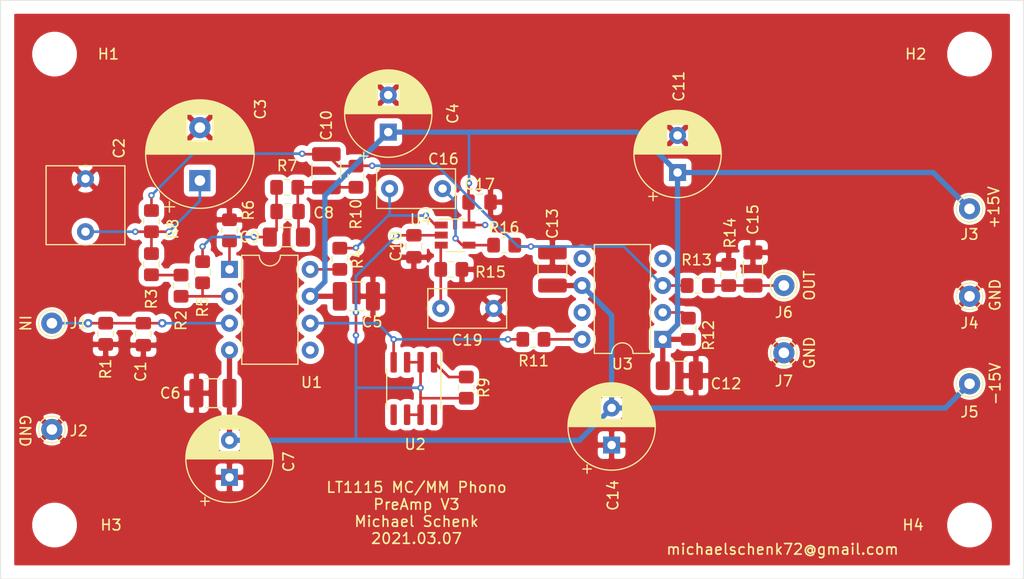
<source format=kicad_pcb>
(kicad_pcb (version 20211014) (generator pcbnew)
  (layers (0 "F.Cu" signal) (31 "B.Cu" signal) (34 "B.Paste" user) (35 "F.Paste" user) (36 "B.SilkS" user "B.Silkscreen") (37 "F.SilkS" user "F.Silkscreen") (38 "B.Mask" user) (39 "F.Mask" user) (44 "Edge.Cuts" user))
  (net 0 "")
  (net 1 "GND")
  (net 2 "Net-(C1-Pad1)")
  (net 3 "Net-(C2-Pad2)")
  (net 4 "+15V")
  (net 5 "-15V")
  (net 6 "Net-(C8-Pad2)")
  (net 7 "Net-(C10-Pad2)")
  (net 8 "SERVO_INR")
  (net 9 "Net-(C15-Pad1)")
  (net 10 "Net-(C16-Pad2)")
  (net 11 "Net-(C19-Pad2)")
  (net 12 "Net-(R2-Pad2)")
  (net 13 "Net-(R2-Pad1)")
  (net 14 "Net-(R6-Pad2)")
  (net 15 "Net-(R9-Pad1)")
  (net 16 "Net-(R11-Pad2)")
  (net 17 "Net-(R11-Pad1)")
  (net 18 "Net-(R12-Pad2)")
  (net 19 "Net-(C16-Pad1)")
  (net 20 "SERVO_OUT")
  (footprint "Capacitor_SMD:C_0805_2012Metric_Pad1.18x1.45mm_HandSolder" (layer "F.Cu") (at 93.472 120.4175 -90)
    (fp_text reference "C1" (at 3.5345 0.254 90) (layer "F.SilkS"))
    (fp_text value "C")
    (pad "1" smd roundrect locked (at -1.0375 0 270) (size 1.175 1.45) (layers "F.Cu" "F.Paste" "F.Mask") (roundrect_rratio 0.2127659574) (net 2 "Net-(C1-Pad1)"))
    (pad "2" smd roundrect locked (at 1.0375 0 270) (size 1.175 1.45) (layers "F.Cu" "F.Paste" "F.Mask") (roundrect_rratio 0.2127659574) (net 1 "GND"))
  )
  (footprint "Capacitor_THT:C_Rect_L7.2mm_W7.2mm_P5.00mm_FKS2_FKP2_MKS2_MKP2" (layer "F.Cu") (at 88.011 105.744 -90)
    (fp_text reference "C2" (at -2.874 -3.175 90) (layer "F.SilkS"))
    (fp_text value "4.7uF")
    (pad "1" thru_hole circle locked (at 0 0 270) (size 1.6 1.6) (drill 0.8) (layers *.Cu *.Mask) (net 1 "GND"))
    (pad "2" thru_hole circle locked (at 5 0 270) (size 1.6 1.6) (drill 0.8) (layers *.Cu *.Mask) (net 3 "Net-(C2-Pad2)"))
  )
  (footprint "Capacitor_THT:CP_Radial_D8.0mm_P3.50mm" (layer "F.Cu") (at 116.586 101.346 90)
    (fp_text reference "C4" (at 1.75 6.096 90) (layer "F.SilkS"))
    (fp_text value "220uF/25V")
    (pad "1" thru_hole rect locked (at 0 0 90) (size 1.6 1.6) (drill 0.8) (layers *.Cu *.Mask) (net 4 "+15V"))
    (pad "2" thru_hole circle locked (at 3.5 0 90) (size 1.6 1.6) (drill 0.8) (layers *.Cu *.Mask) (net 1 "GND"))
  )
  (footprint "Capacitor_SMD:C_1210_3225Metric_Pad1.33x2.70mm_HandSolder" (layer "F.Cu") (at 113.5765 116.84)
    (fp_text reference "C5" (at 1.4855 2.413) (layer "F.SilkS"))
    (fp_text value "1uF")
    (pad "1" smd roundrect locked (at -1.5625 0) (size 1.325 2.7) (layers "F.Cu" "F.Paste" "F.Mask") (roundrect_rratio 0.1886777358) (net 4 "+15V"))
    (pad "2" smd roundrect locked (at 1.5625 0) (size 1.325 2.7) (layers "F.Cu" "F.Paste" "F.Mask") (roundrect_rratio 0.1886777358) (net 1 "GND"))
  )
  (footprint "Capacitor_SMD:C_1210_3225Metric_Pad1.33x2.70mm_HandSolder" (layer "F.Cu") (at 100.0375 125.984)
    (fp_text reference "C6" (at -4.0255 0) (layer "F.SilkS"))
    (fp_text value "1uF")
    (pad "1" smd roundrect locked (at -1.5625 0) (size 1.325 2.7) (layers "F.Cu" "F.Paste" "F.Mask") (roundrect_rratio 0.1886777358) (net 1 "GND"))
    (pad "2" smd roundrect locked (at 1.5625 0) (size 1.325 2.7) (layers "F.Cu" "F.Paste" "F.Mask") (roundrect_rratio 0.1886777358) (net 5 "-15V"))
  )
  (footprint "Capacitor_THT:CP_Radial_D8.0mm_P3.50mm" (layer "F.Cu") (at 101.6 133.929 90)
    (fp_text reference "C7" (at 1.468 5.588 90) (layer "F.SilkS"))
    (fp_text value "220uF/25V")
    (pad "1" thru_hole rect locked (at 0 0 90) (size 1.6 1.6) (drill 0.8) (layers *.Cu *.Mask) (net 1 "GND"))
    (pad "2" thru_hole circle locked (at 3.5 0 90) (size 1.6 1.6) (drill 0.8) (layers *.Cu *.Mask) (net 5 "-15V"))
  )
  (footprint "Capacitor_SMD:C_0805_2012Metric_Pad1.18x1.45mm_HandSolder" (layer "F.Cu") (at 107.0825 108.839 180)
    (fp_text reference "C8" (at -3.4075 -0.127) (layer "F.SilkS"))
    (fp_text value "330pF")
    (pad "1" smd roundrect locked (at -1.0375 0 180) (size 1.175 1.45) (layers "F.Cu" "F.Paste" "F.Mask") (roundrect_rratio 0.2127659574) (net 7 "Net-(C10-Pad2)"))
    (pad "2" smd roundrect locked (at 1.0375 0 180) (size 1.175 1.45) (layers "F.Cu" "F.Paste" "F.Mask") (roundrect_rratio 0.2127659574) (net 6 "Net-(C8-Pad2)"))
  )
  (footprint "Capacitor_SMD:C_1206_3216Metric_Pad1.33x1.80mm_HandSolder" (layer "F.Cu") (at 106.9725 111.252 180)
    (fp_text reference "C9" (at 3.4675 0) (layer "F.SilkS"))
    (fp_text value "3.9nF")
    (pad "1" smd roundrect locked (at -1.5625 0 180) (size 1.325 1.8) (layers "F.Cu" "F.Paste" "F.Mask") (roundrect_rratio 0.1886777358) (net 7 "Net-(C10-Pad2)"))
    (pad "2" smd roundrect locked (at 1.5625 0 180) (size 1.325 1.8) (layers "F.Cu" "F.Paste" "F.Mask") (roundrect_rratio 0.1886777358) (net 6 "Net-(C8-Pad2)"))
  )
  (footprint "Capacitor_SMD:C_1210_3225Metric_Pad1.33x2.70mm_HandSolder" (layer "F.Cu") (at 110.744 104.9905 -90)
    (fp_text reference "C10" (at -4.2795 0 90) (layer "F.SilkS"))
    (fp_text value "15nF")
    (pad "1" smd roundrect locked (at -1.5625 0 270) (size 1.325 2.7) (layers "F.Cu" "F.Paste" "F.Mask") (roundrect_rratio 0.1886777358) (net 8 "SERVO_INR"))
    (pad "2" smd roundrect locked (at 1.5625 0 270) (size 1.325 2.7) (layers "F.Cu" "F.Paste" "F.Mask") (roundrect_rratio 0.1886777358) (net 7 "Net-(C10-Pad2)"))
  )
  (footprint "Capacitor_SMD:C_1210_3225Metric_Pad1.33x2.70mm_HandSolder" (layer "F.Cu") (at 144.0565 124.333)
    (fp_text reference "C12" (at 4.4065 0.762) (layer "F.SilkS"))
    (fp_text value "1uF")
    (pad "1" smd roundrect locked (at -1.5625 0) (size 1.325 2.7) (layers "F.Cu" "F.Paste" "F.Mask") (roundrect_rratio 0.1886777358) (net 4 "+15V"))
    (pad "2" smd roundrect locked (at 1.5625 0) (size 1.325 2.7) (layers "F.Cu" "F.Paste" "F.Mask") (roundrect_rratio 0.1886777358) (net 1 "GND"))
  )
  (footprint "Capacitor_SMD:C_1210_3225Metric_Pad1.33x2.70mm_HandSolder" (layer "F.Cu") (at 132.08 114.2615 -90)
    (fp_text reference "C13" (at -4.2795 0 90) (layer "F.SilkS"))
    (fp_text value "1uF")
    (pad "1" smd roundrect locked (at -1.5625 0 270) (size 1.325 2.7) (layers "F.Cu" "F.Paste" "F.Mask") (roundrect_rratio 0.1886777358) (net 1 "GND"))
    (pad "2" smd roundrect locked (at 1.5625 0 270) (size 1.325 2.7) (layers "F.Cu" "F.Paste" "F.Mask") (roundrect_rratio 0.1886777358) (net 5 "-15V"))
  )
  (footprint "Capacitor_THT:CP_Radial_D8.0mm_P3.50mm" (layer "F.Cu") (at 137.668 130.881 90)
    (fp_text reference "C14" (at -4.755 0.127 90) (layer "F.SilkS"))
    (fp_text value "220uF/25V")
    (pad "1" thru_hole rect locked (at 0 0 90) (size 1.6 1.6) (drill 0.8) (layers *.Cu *.Mask) (net 1 "GND"))
    (pad "2" thru_hole circle locked (at 3.5 0 90) (size 1.6 1.6) (drill 0.8) (layers *.Cu *.Mask) (net 5 "-15V"))
  )
  (footprint "Capacitor_SMD:C_1206_3216Metric_Pad1.33x1.80mm_HandSolder" (layer "F.Cu") (at 151.003 114.2615 90)
    (fp_text reference "C15" (at 4.6605 0 90) (layer "F.SilkS"))
    (fp_text value "3.9nF")
    (pad "1" smd roundrect locked (at -1.5625 0 90) (size 1.325 1.8) (layers "F.Cu" "F.Paste" "F.Mask") (roundrect_rratio 0.1886777358) (net 9 "Net-(C15-Pad1)"))
    (pad "2" smd roundrect locked (at 1.5625 0 90) (size 1.325 1.8) (layers "F.Cu" "F.Paste" "F.Mask") (roundrect_rratio 0.1886777358) (net 1 "GND"))
  )
  (footprint "Capacitor_SMD:C_0805_2012Metric_Pad1.18x1.45mm_HandSolder" (layer "F.Cu") (at 125.2005 107.95)
    (fp_text reference "C17" (at 0 -1.68) (layer "F.SilkS"))
    (fp_text value "100nF")
    (pad "1" smd roundrect locked (at -1.0375 0) (size 1.175 1.45) (layers "F.Cu" "F.Paste" "F.Mask") (roundrect_rratio 0.2127659574) (net 4 "+15V"))
    (pad "2" smd roundrect locked (at 1.0375 0) (size 1.175 1.45) (layers "F.Cu" "F.Paste" "F.Mask") (roundrect_rratio 0.2127659574) (net 1 "GND"))
  )
  (footprint "Capacitor_SMD:C_0805_2012Metric_Pad1.18x1.45mm_HandSolder" (layer "F.Cu") (at 118.999 112.1195 90)
    (fp_text reference "C18" (at 0 -1.68 90) (layer "F.SilkS"))
    (fp_text value "100nF")
    (pad "1" smd roundrect locked (at -1.0375 0 90) (size 1.175 1.45) (layers "F.Cu" "F.Paste" "F.Mask") (roundrect_rratio 0.2127659574) (net 1 "GND"))
    (pad "2" smd roundrect locked (at 1.0375 0 90) (size 1.175 1.45) (layers "F.Cu" "F.Paste" "F.Mask") (roundrect_rratio 0.2127659574) (net 5 "-15V"))
  )
  (footprint "Capacitor_THT:C_Rect_L7.2mm_W3.5mm_P5.00mm_FKS2_FKP2_MKS2_MKP2" (layer "F.Cu") (at 126.539 117.983 180)
    (fp_text reference "C19" (at 2.5 -3) (layer "F.SilkS"))
    (fp_text value "1uF")
    (pad "1" thru_hole circle locked (at 0 0 180) (size 1.6 1.6) (drill 0.8) (layers *.Cu *.Mask) (net 1 "GND"))
    (pad "2" thru_hole circle locked (at 5 0 180) (size 1.6 1.6) (drill 0.8) (layers *.Cu *.Mask) (net 11 "Net-(C19-Pad2)"))
  )
  (footprint "Connector_Pin:Pin_D1.0mm_L10.0mm" (layer "F.Cu") (at 84.836 119.38)
    (fp_text reference "J1" (at 2.54 0) (layer "F.SilkS"))
    (fp_text value "IN")
    (pad "1" thru_hole circle locked (at 0 0) (size 2 2) (drill 1) (layers *.Cu *.Mask) (net 2 "Net-(C1-Pad1)"))
  )
  (footprint "Connector_Pin:Pin_D1.0mm_L10.0mm" (layer "F.Cu") (at 84.836 129.413)
    (fp_text reference "J2" (at 2.54 0.127) (layer "F.SilkS"))
    (fp_text value "IN_GND")
    (pad "1" thru_hole circle locked (at 0 0) (size 2 2) (drill 1) (layers *.Cu *.Mask) (net 1 "GND"))
  )
  (footprint "Connector_Pin:Pin_D1.0mm_L10.0mm" (layer "F.Cu") (at 171.45 108.585)
    (fp_text reference "J3" (at 0 2.413) (layer "F.SilkS"))
    (fp_text value "+15V")
    (pad "1" thru_hole circle locked (at 0 0) (size 2 2) (drill 1) (layers *.Cu *.Mask) (net 4 "+15V"))
  )
  (footprint "Connector_Pin:Pin_D1.0mm_L10.0mm" (layer "F.Cu") (at 171.45 116.84)
    (fp_text reference "J4" (at 0 2.54) (layer "F.SilkS"))
    (fp_text value "GND")
    (pad "1" thru_hole circle locked (at 0 0) (size 2 2) (drill 1) (layers *.Cu *.Mask) (net 1 "GND"))
  )
  (footprint "Connector_Pin:Pin_D1.0mm_L10.0mm" (layer "F.Cu") (at 171.45 125.095)
    (fp_text reference "J5" (at 0 2.667) (layer "F.SilkS"))
    (fp_text value "-15V")
    (pad "1" thru_hole circle locked (at 0 0) (size 2 2) (drill 1) (layers *.Cu *.Mask) (net 5 "-15V"))
  )
  (footprint "Connector_Pin:Pin_D1.0mm_L10.0mm" (layer "F.Cu") (at 153.924 115.824)
    (fp_text reference "J6" (at 0 2.54) (layer "F.SilkS"))
    (fp_text value "OUT")
    (pad "1" thru_hole circle locked (at 0 0) (size 2 2) (drill 1) (layers *.Cu *.Mask) (net 9 "Net-(C15-Pad1)"))
  )
  (footprint "Connector_Pin:Pin_D1.0mm_L10.0mm" (layer "F.Cu") (at 153.924 122.174)
    (fp_text reference "J7" (at 0 2.667) (layer "F.SilkS"))
    (fp_text value "OUT_GND")
    (pad "1" thru_hole circle locked (at 0 0) (size 2 2) (drill 1) (layers *.Cu *.Mask) (net 1 "GND"))
  )
  (footprint "Resistor_SMD:R_0805_2012Metric_Pad1.20x1.40mm_HandSolder" (layer "F.Cu") (at 89.916 120.38 -90)
    (fp_text reference "R1" (at 3.318 0 90) (layer "F.SilkS"))
    (fp_text value "100R")
    (pad "1" smd roundrect locked (at -1 0 270) (size 1.2 1.4) (layers "F.Cu" "F.Paste" "F.Mask") (roundrect_rratio 0.2083325) (net 2 "Net-(C1-Pad1)"))
    (pad "2" smd roundrect locked (at 1 0 270) (size 1.2 1.4) (layers "F.Cu" "F.Paste" "F.Mask") (roundrect_rratio 0.2083325) (net 1 "GND"))
  )
  (footprint "Resistor_SMD:R_0805_2012Metric_Pad1.20x1.40mm_HandSolder" (layer "F.Cu") (at 97.028 115.84 90)
    (fp_text reference "R2" (at -3.286 0 90) (layer "F.SilkS"))
    (fp_text value "22.6R")
    (pad "1" smd roundrect locked (at -1 0 90) (size 1.2 1.4) (layers "F.Cu" "F.Paste" "F.Mask") (roundrect_rratio 0.2083325) (net 13 "Net-(R2-Pad1)"))
    (pad "2" smd roundrect locked (at 1 0 90) (size 1.2 1.4) (layers "F.Cu" "F.Paste" "F.Mask") (roundrect_rratio 0.2083325) (net 12 "Net-(R2-Pad2)"))
  )
  (footprint "Resistor_SMD:R_0805_2012Metric_Pad1.20x1.40mm_HandSolder" (layer "F.Cu") (at 94.234 113.808 90)
    (fp_text reference "R3" (at -3.286 0 90) (layer "F.SilkS"))
    (fp_text value "210R/0R")
    (pad "1" smd roundrect locked (at -1 0 90) (size 1.2 1.4) (layers "F.Cu" "F.Paste" "F.Mask") (roundrect_rratio 0.2083325) (net 12 "Net-(R2-Pad2)"))
    (pad "2" smd roundrect locked (at 1 0 90) (size 1.2 1.4) (layers "F.Cu" "F.Paste" "F.Mask") (roundrect_rratio 0.2083325) (net 3 "Net-(C2-Pad2)"))
  )
  (footprint "Resistor_SMD:R_0805_2012Metric_Pad1.20x1.40mm_HandSolder" (layer "F.Cu") (at 99.06 114.57 -90)
    (fp_text reference "R5" (at 3.286 0 90) (layer "F.SilkS"))
    (fp_text value "499R")
    (pad "1" smd roundrect locked (at -1 0 270) (size 1.2 1.4) (layers "F.Cu" "F.Paste" "F.Mask") (roundrect_rratio 0.2083325) (net 6 "Net-(C8-Pad2)"))
    (pad "2" smd roundrect locked (at 1 0 270) (size 1.2 1.4) (layers "F.Cu" "F.Paste" "F.Mask") (roundrect_rratio 0.2083325) (net 13 "Net-(R2-Pad1)"))
  )
  (footprint "Resistor_SMD:R_0805_2012Metric_Pad1.20x1.40mm_HandSolder" (layer "F.Cu") (at 107.045 106.553 180)
    (fp_text reference "R7" (at 0 2.032) (layer "F.SilkS"))
    (fp_text value "17.8k")
    (pad "1" smd roundrect locked (at -1 0 180) (size 1.2 1.4) (layers "F.Cu" "F.Paste" "F.Mask") (roundrect_rratio 0.2083325) (net 7 "Net-(C10-Pad2)"))
    (pad "2" smd roundrect locked (at 1 0 180) (size 1.2 1.4) (layers "F.Cu" "F.Paste" "F.Mask") (roundrect_rratio 0.2083325) (net 6 "Net-(C8-Pad2)"))
  )
  (footprint "Resistor_SMD:R_0805_2012Metric_Pad1.20x1.40mm_HandSolder" (layer "F.Cu") (at 94.234 109.744 -90)
    (fp_text reference "R8" (at 0.746 -2.032 90) (layer "F.SilkS"))
    (fp_text value "82.5k")
    (pad "1" smd roundrect locked (at -1 0 270) (size 1.2 1.4) (layers "F.Cu" "F.Paste" "F.Mask") (roundrect_rratio 0.2083325) (net 8 "SERVO_INR"))
    (pad "2" smd roundrect locked (at 1 0 270) (size 1.2 1.4) (layers "F.Cu" "F.Paste" "F.Mask") (roundrect_rratio 0.2083325) (net 3 "Net-(C2-Pad2)"))
  )
  (footprint "Resistor_SMD:R_0805_2012Metric_Pad1.20x1.40mm_HandSolder" (layer "F.Cu") (at 123.952 125.46 -90)
    (fp_text reference "R9" (at 0 -1.65 90) (layer "F.SilkS"))
    (fp_text value "33.2R")
    (pad "1" smd roundrect locked (at -1 0 270) (size 1.2 1.4) (layers "F.Cu" "F.Paste" "F.Mask") (roundrect_rratio 0.2083325) (net 15 "Net-(R9-Pad1)"))
    (pad "2" smd roundrect locked (at 1 0 270) (size 1.2 1.4) (layers "F.Cu" "F.Paste" "F.Mask") (roundrect_rratio 0.2083325) (net 5 "-15V"))
  )
  (footprint "Resistor_SMD:R_0805_2012Metric_Pad1.20x1.40mm_HandSolder" (layer "F.Cu") (at 113.538 105.553 -90)
    (fp_text reference "R10" (at 3.54 0 90) (layer "F.SilkS"))
    (fp_text value "210k")
    (pad "1" smd roundrect locked (at -1 0 270) (size 1.2 1.4) (layers "F.Cu" "F.Paste" "F.Mask") (roundrect_rratio 0.2083325) (net 8 "SERVO_INR"))
    (pad "2" smd roundrect locked (at 1 0 270) (size 1.2 1.4) (layers "F.Cu" "F.Paste" "F.Mask") (roundrect_rratio 0.2083325) (net 7 "Net-(C10-Pad2)"))
  )
  (footprint "Resistor_SMD:R_0805_2012Metric_Pad1.20x1.40mm_HandSolder" (layer "F.Cu") (at 130.286 120.904 180)
    (fp_text reference "R11" (at -0.016 -2.032) (layer "F.SilkS"))
    (fp_text value "100R")
    (pad "1" smd roundrect locked (at -1 0 180) (size 1.2 1.4) (layers "F.Cu" "F.Paste" "F.Mask") (roundrect_rratio 0.2083325) (net 17 "Net-(R11-Pad1)"))
    (pad "2" smd roundrect locked (at 1 0 180) (size 1.2 1.4) (layers "F.Cu" "F.Paste" "F.Mask") (roundrect_rratio 0.2083325) (net 16 "Net-(R11-Pad2)"))
  )
  (footprint "Resistor_SMD:R_0805_2012Metric_Pad1.20x1.40mm_HandSolder" (layer "F.Cu") (at 144.907 119.904 90)
    (fp_text reference "R12" (at -0.619 1.905 90) (layer "F.SilkS"))
    (fp_text value "49.9R")
    (pad "1" smd roundrect locked (at -1 0 90) (size 1.2 1.4) (layers "F.Cu" "F.Paste" "F.Mask") (roundrect_rratio 0.2083325) (net 4 "+15V"))
    (pad "2" smd roundrect locked (at 1 0 90) (size 1.2 1.4) (layers "F.Cu" "F.Paste" "F.Mask") (roundrect_rratio 0.2083325) (net 18 "Net-(R12-Pad2)"))
  )
  (footprint "Resistor_SMD:R_0805_2012Metric_Pad1.20x1.40mm_HandSolder" (layer "F.Cu") (at 145.796 115.824 180)
    (fp_text reference "R13" (at 0.111 2.413) (layer "F.SilkS"))
    (fp_text value "562R")
    (pad "1" smd roundrect locked (at -1 0 180) (size 1.2 1.4) (layers "F.Cu" "F.Paste" "F.Mask") (roundrect_rratio 0.2083325) (net 9 "Net-(C15-Pad1)"))
    (pad "2" smd roundrect locked (at 1 0 180) (size 1.2 1.4) (layers "F.Cu" "F.Paste" "F.Mask") (roundrect_rratio 0.2083325) (net 8 "SERVO_INR"))
  )
  (footprint "Resistor_SMD:R_0805_2012Metric_Pad1.20x1.40mm_HandSolder" (layer "F.Cu") (at 148.717 114.824 90)
    (fp_text reference "R14" (at 3.953 0.127 90) (layer "F.SilkS"))
    (fp_text value "25k")
    (pad "1" smd roundrect locked (at -1 0 90) (size 1.2 1.4) (layers "F.Cu" "F.Paste" "F.Mask") (roundrect_rratio 0.2083325) (net 9 "Net-(C15-Pad1)"))
    (pad "2" smd roundrect locked (at 1 0 90) (size 1.2 1.4) (layers "F.Cu" "F.Paste" "F.Mask") (roundrect_rratio 0.2083325) (net 1 "GND"))
  )
  (footprint "Resistor_SMD:R_0805_2012Metric_Pad1.20x1.40mm_HandSolder" (layer "F.Cu") (at 122.539 114.3)
    (fp_text reference "R15" (at 3.699 0.254) (layer "F.SilkS"))
    (fp_text value "100k")
    (pad "1" smd roundrect locked (at -1 0) (size 1.2 1.4) (layers "F.Cu" "F.Paste" "F.Mask") (roundrect_rratio 0.2083325) (net 11 "Net-(C19-Pad2)"))
    (pad "2" smd roundrect locked (at 1 0) (size 1.2 1.4) (layers "F.Cu" "F.Paste" "F.Mask") (roundrect_rratio 0.2083325) (net 1 "GND"))
  )
  (footprint "Resistor_SMD:R_0805_2012Metric_Pad1.20x1.40mm_HandSolder" (layer "F.Cu") (at 127.524 112.014)
    (fp_text reference "R16" (at 0 -1.65) (layer "F.SilkS"))
    (fp_text value "100k")
    (pad "1" smd roundrect locked (at -1 0) (size 1.2 1.4) (layers "F.Cu" "F.Paste" "F.Mask") (roundrect_rratio 0.2083325) (net 10 "Net-(C16-Pad2)"))
    (pad "2" smd roundrect locked (at 1 0) (size 1.2 1.4) (layers "F.Cu" "F.Paste" "F.Mask") (roundrect_rratio 0.2083325) (net 8 "SERVO_INR"))
  )
  (footprint "Package_DIP:DIP-8_W7.62mm" (layer "F.Cu") (at 101.6 114.3)
    (fp_text reference "U1" (at 7.747 10.668) (layer "F.SilkS"))
    (fp_text value "LT1115")
    (pad "1" thru_hole rect locked (at 0 0) (size 1.6 1.6) (drill 0.8) (layers *.Cu *.Mask) (net 14 "Net-(R6-Pad2)"))
    (pad "2" thru_hole oval locked (at 0 2.54) (size 1.6 1.6) (drill 0.8) (layers *.Cu *.Mask) (net 13 "Net-(R2-Pad1)"))
    (pad "3" thru_hole oval locked (at 0 5.08) (size 1.6 1.6) (drill 0.8) (layers *.Cu *.Mask) (net 2 "Net-(C1-Pad1)"))
    (pad "4" thru_hole oval locked (at 0 7.62) (size 1.6 1.6) (drill 0.8) (layers *.Cu *.Mask) (net 5 "-15V"))
    (pad "5" thru_hole oval locked (at 7.62 7.62) (size 1.6 1.6) (drill 0.8) (layers *.Cu *.Mask))
    (pad "6" thru_hole oval locked (at 7.62 5.08) (size 1.6 1.6) (drill 0.8) (layers *.Cu *.Mask) (net 16 "Net-(R11-Pad2)"))
    (pad "7" thru_hole oval locked (at 7.62 2.54) (size 1.6 1.6) (drill 0.8) (layers *.Cu *.Mask) (net 4 "+15V"))
    (pad "8" thru_hole oval locked (at 7.62 0) (size 1.6 1.6) (drill 0.8) (layers *.Cu *.Mask) (net 20 "SERVO_OUT"))
  )
  (footprint "Package_SO:SOIC-8_3.9x4.9mm_P1.27mm" (layer "F.Cu") (at 118.999 125.541 -90)
    (fp_text reference "U2" (at 5.269 -0.127 180) (layer "F.SilkS"))
    (fp_text value "LM334M")
    (pad "1" smd roundrect locked (at -2.475 -1.905 270) (size 1.95 0.6) (layers "F.Cu" "F.Paste" "F.Mask") (net 15 "Net-(R9-Pad1)"))
    (pad "2" smd roundrect locked (at -2.475 -0.635 270) (size 1.95 0.6) (layers "F.Cu" "F.Paste" "F.Mask") (net 5 "-15V"))
    (pad "3" smd roundrect locked (at -2.475 0.635 270) (size 1.95 0.6) (layers "F.Cu" "F.Paste" "F.Mask") (net 5 "-15V"))
    (pad "4" smd roundrect locked (at -2.475 1.905 270) (size 1.95 0.6) (layers "F.Cu" "F.Paste" "F.Mask") (net 16 "Net-(R11-Pad2)"))
    (pad "5" smd roundrect locked (at 2.475 1.905 270) (size 1.95 0.6) (layers "F.Cu" "F.Paste" "F.Mask"))
    (pad "6" smd roundrect locked (at 2.475 0.635 270) (size 1.95 0.6) (layers "F.Cu" "F.Paste" "F.Mask") (net 5 "-15V"))
    (pad "7" smd roundrect locked (at 2.475 -0.635 270) (size 1.95 0.6) (layers "F.Cu" "F.Paste" "F.Mask") (net 5 "-15V"))
    (pad "8" smd roundrect locked (at 2.475 -1.905 270) (size 1.95 0.6) (layers "F.Cu" "F.Paste" "F.Mask"))
  )
  (footprint "Package_TO_SOT_SMD:TSOT-23-5" (layer "F.Cu") (at 122.896 111.064)
    (fp_text reference "U4" (at -3.262 -1.463) (layer "F.SilkS"))
    (fp_text value "OPA188xxDBV")
    (pad "1" smd rect locked (at -1.31 -0.95) (size 1.22 0.65) (layers "F.Cu" "F.Paste" "F.Mask") (net 19 "Net-(C16-Pad1)"))
    (pad "2" smd rect locked (at -1.31 0) (size 1.22 0.65) (layers "F.Cu" "F.Paste" "F.Mask") (net 5 "-15V"))
    (pad "3" smd rect locked (at -1.31 0.95) (size 1.22 0.65) (layers "F.Cu" "F.Paste" "F.Mask") (net 11 "Net-(C19-Pad2)"))
    (pad "4" smd rect locked (at 1.31 0.95) (size 1.22 0.65) (layers "F.Cu" "F.Paste" "F.Mask") (net 10 "Net-(C16-Pad2)"))
    (pad "5" smd rect locked (at 1.31 -0.95) (size 1.22 0.65) (layers "F.Cu" "F.Paste" "F.Mask") (net 4 "+15V"))
  )
  (footprint "Capacitor_THT:C_Rect_L7.2mm_W3.5mm_P5.00mm_FKS2_FKP2_MKS2_MKP2" (layer "F.Cu") (at 116.713 106.68)
    (fp_text reference "C16" (at 5.08 -2.794) (layer "F.SilkS"))
    (fp_text value "1uF")
    (pad "1" thru_hole circle locked (at 0 0) (size 1.6 1.6) (drill 0.8) (layers *.Cu *.Mask) (net 19 "Net-(C16-Pad1)"))
    (pad "2" thru_hole circle locked (at 5 0) (size 1.6 1.6) (drill 0.8) (layers *.Cu *.Mask) (net 10 "Net-(C16-Pad2)"))
  )
  (footprint "MountingHole:MountingHole_3.2mm_M3" (layer "F.Cu") (at 85.09 93.98)
    (fp_text reference "H1" (at 5.08 0) (layer "F.SilkS"))
    (fp_text value "MountingHole")
    (pad "" np_thru_hole circle locked (at 0 0) (size 3.2 3.2) (drill 3.2) (layers *.Cu *.Mask))
  )
  (footprint "MountingHole:MountingHole_3.2mm_M3" (layer "F.Cu") (at 171.45 93.98)
    (fp_text reference "H2" (at -5.08 0) (layer "F.SilkS"))
    (fp_text value "MountingHole")
    (pad "" np_thru_hole circle locked (at 0 0) (size 3.2 3.2) (drill 3.2) (layers *.Cu *.Mask))
  )
  (footprint "MountingHole:MountingHole_3.2mm_M3" (layer "F.Cu") (at 85.09 138.43)
    (fp_text reference "H3" (at 5.334 0) (layer "F.SilkS"))
    (fp_text value "MountingHole")
    (pad "" np_thru_hole circle locked (at 0 0) (size 3.2 3.2) (drill 3.2) (layers *.Cu *.Mask))
  )
  (footprint "MountingHole:MountingHole_3.2mm_M3" (layer "F.Cu") (at 171.45 138.43)
    (fp_text reference "H4" (at -5.334 0) (layer "F.SilkS"))
    (fp_text value "MountingHole")
    (pad "" np_thru_hole circle locked (at 0 0) (size 3.2 3.2) (drill 3.2) (layers *.Cu *.Mask))
  )
  (footprint "Package_DIP:DIP-8_W7.62mm" (layer "F.Cu") (at 142.494 120.904 180)
    (fp_text reference "U3" (at 3.81 -2.33) (layer "F.SilkS"))
    (fp_text value "LT1010")
    (pad "1" thru_hole rect locked (at 0 0 180) (size 1.6 1.6) (drill 0.8) (layers *.Cu *.Mask) (net 4 "+15V"))
    (pad "2" thru_hole oval locked (at 0 2.54 180) (size 1.6 1.6) (drill 0.8) (layers *.Cu *.Mask) (net 18 "Net-(R12-Pad2)"))
    (pad "3" thru_hole oval locked (at 0 5.08 180) (size 1.6 1.6) (drill 0.8) (layers *.Cu *.Mask) (net 8 "SERVO_INR"))
    (pad "4" thru_hole oval locked (at 0 7.62 180) (size 1.6 1.6) (drill 0.8) (layers *.Cu *.Mask))
    (pad "5" thru_hole oval locked (at 7.62 7.62 180) (size 1.6 1.6) (drill 0.8) (layers *.Cu *.Mask))
    (pad "6" thru_hole oval locked (at 7.62 5.08 180) (size 1.6 1.6) (drill 0.8) (layers *.Cu *.Mask) (net 5 "-15V"))
    (pad "7" thru_hole oval locked (at 7.62 2.54 180) (size 1.6 1.6) (drill 0.8) (layers *.Cu *.Mask))
    (pad "8" thru_hole oval locked (at 7.62 0 180) (size 1.6 1.6) (drill 0.8) (layers *.Cu *.Mask) (net 17 "Net-(R11-Pad1)"))
  )
  (footprint "Resistor_SMD:R_0805_2012Metric_Pad1.20x1.40mm_HandSolder" (layer "F.Cu") (at 101.6 110.617 -90)
    (fp_text reference "R6" (at -1.905 -1.778 90) (layer "F.SilkS"))
    (fp_text value "33.2k")
    (pad "1" smd roundrect locked (at -1 0 270) (size 1.2 1.4) (layers "F.Cu" "F.Paste" "F.Mask") (roundrect_rratio 0.2083325) (net 1 "GND"))
    (pad "2" smd roundrect locked (at 1 0 270) (size 1.2 1.4) (layers "F.Cu" "F.Paste" "F.Mask") (roundrect_rratio 0.2083325) (net 14 "Net-(R6-Pad2)"))
  )
  (footprint "Resistor_SMD:R_0805_2012Metric_Pad1.20x1.40mm_HandSolder" (layer "F.Cu") (at 112.014 113.3 -90)
    (fp_text reference "R4" (at 0 -1.65 90) (layer "F.SilkS"))
    (fp_text value "33.2k")
    (pad "1" smd roundrect locked (at -1 0 270) (size 1.2 1.4) (layers "F.Cu" "F.Paste" "F.Mask") (roundrect_rratio 0.208333) (net 19 "Net-(C16-Pad1)"))
    (pad "2" smd roundrect locked (at 1 0 270) (size 1.2 1.4) (layers "F.Cu" "F.Paste" "F.Mask") (roundrect_rratio 0.208333) (net 20 "SERVO_OUT"))
  )
  (footprint "Capacitor_THT:CP_Radial_D10.0mm_P5.00mm" (layer "F.Cu") (at 98.806 105.918 90)
    (fp_text reference "C3" (at 6.731 5.715 90) (layer "F.SilkS"))
    (fp_text value "2200uF/16V")
    (pad "1" thru_hole rect locked (at 0 0 90) (size 2 2) (drill 1) (layers *.Cu *.Mask) (net 3 "Net-(C2-Pad2)"))
    (pad "2" thru_hole circle locked (at 5 0 90) (size 2 2) (drill 1) (layers *.Cu *.Mask) (net 1 "GND"))
  )
  (footprint "Capacitor_THT:CP_Radial_D8.0mm_P3.50mm" (layer "F.Cu") (at 143.891 105.156 90)
    (fp_text reference "C11" (at 8.128 0.127 90) (layer "F.SilkS"))
    (fp_text value "220uF/25V")
    (pad "1" thru_hole rect locked (at 0 0 90) (size 1.6 1.6) (drill 0.8) (layers *.Cu *.Mask) (net 4 "+15V"))
    (pad "2" thru_hole circle locked (at 3.5 0 90) (size 1.6 1.6) (drill 0.8) (layers *.Cu *.Mask) (net 1 "GND"))
  )
  (gr_line (start 80.01 143.51) (end 80.01 88.9) (layer "Edge.Cuts") (width 0.05))
  (gr_line (start 80.01 88.9) (end 176.53 88.9) (layer "Edge.Cuts") (width 0.05))
  (gr_line (start 176.53 143.51) (end 80.01 143.51) (layer "Edge.Cuts") (width 0.05))
  (gr_line (start 176.53 88.9) (end 176.53 143.51) (layer "Edge.Cuts") (width 0.05))
  (gr_text "GND" (at 156.337 122.174 90) (layer "F.SilkS") (effects (font (size 1 1))))
  (gr_text "GND" (at 173.863 116.713 90) (layer "F.SilkS") (effects (font (size 1 1))))
  (gr_text "+15V" (at 173.736 108.458 90) (layer "F.SilkS") (effects (font (size 1 1))))
  (gr_text "OUT" (at 156.337 115.824 90) (layer "F.SilkS") (effects (font (size 1 1))))
  (gr_text "LT1115 MC/MM Phono\nPreAmp V3\nMichael Schenk\n2021.03.07" (at 119.253 137.287) (layer "F.SilkS") (effects (font (size 1 1))))
  (gr_text "michaelschenk72@gmail.com" (at 153.797 140.716) (layer "F.SilkS") (effects (font (size 1 1))))
  (gr_text "-15V" (at 173.863 125.095 90) (layer "F.SilkS") (effects (font (size 1 1))))
  (gr_text "IN" (at 82.296 119.38 270) (layer "F.SilkS") (effects (font (size 1 1))))
  (gr_text "GND" (at 82.296 129.54 270) (layer "F.SilkS") (effects (font (size 1 1))))
  (segment (start 93.472 119.38) (end 95.25 119.38) (width 0.25) (layer "F.Cu") (net 2))
  (segment (start 88.265 119.38) (end 89.916 119.38) (width 0.25) (layer "F.Cu") (net 2))
  (segment (start 89.916 119.38) (end 93.472 119.38) (width 0.25) (layer "F.Cu") (net 2))
  (via (at 95.25 119.38) (size 0.8) (drill 0.4) (layers "F.Cu" "B.Cu") (net 2))
  (via (at 88.265 119.38) (size 0.8) (drill 0.4) (layers "F.Cu" "B.Cu") (net 2))
  (segment (start 95.25 119.38) (end 101.6 119.38) (width 0.25) (layer "B.Cu") (net 2))
  (segment (start 84.836 119.38) (end 88.265 119.38) (width 0.25) (layer "B.Cu") (net 2))
  (segment (start 94.234 110.744) (end 95.885 110.744) (width 0.25) (layer "F.Cu") (net 3))
  (segment (start 94.234 112.808) (end 94.234 110.744) (width 0.25) (layer "F.Cu") (net 3))
  (segment (start 94.234 110.744) (end 92.71 110.744) (width 0.25) (layer "F.Cu") (net 3))
  (via (at 92.71 110.744) (size 0.6) (drill 0.3) (layers "F.Cu" "B.Cu") (net 3))
  (via (at 95.885 110.744) (size 0.6) (drill 0.3) (layers "F.Cu" "B.Cu") (net 3))
  (segment (start 98.806 107.823) (end 98.806 105.918) (width 0.25) (layer "B.Cu") (net 3))
  (segment (start 92.71 110.744) (end 88.011 110.744) (width 0.25) (layer "B.Cu") (net 3))
  (segment (start 95.885 110.744) (end 98.806 107.823) (width 0.25) (layer "B.Cu") (net 3))
  (segment (start 124.206 110.114) (end 124.206 107.993) (width 0.25) (layer "F.Cu") (net 4))
  (segment (start 124.163 106.215) (end 124.206 106.172) (width 0.25) (layer "F.Cu") (net 4))
  (segment (start 124.206 110.114) (end 125.725 110.114) (width 0.25) (layer "F.Cu") (net 4))
  (segment (start 125.725 110.114) (end 125.73 110.109) (width 0.25) (layer "F.Cu") (net 4))
  (segment (start 124.206 107.993) (end 124.163 107.95) (width 0.25) (layer "F.Cu") (net 4))
  (segment (start 144.907 120.904) (end 142.494 120.904) (width 0.5) (layer "F.Cu") (net 4))
  (segment (start 124.163 107.95) (end 124.163 106.215) (width 0.25) (layer "F.Cu") (net 4))
  (segment (start 109.22 116.84) (end 112.014 116.84) (width 0.5) (layer "F.Cu") (net 4))
  (segment (start 142.494 120.904) (end 142.494 124.333) (width 0.5) (layer "F.Cu") (net 4))
  (via (at 124.206 106.172) (size 0.6) (drill 0.3) (layers "F.Cu" "B.Cu") (net 4))
  (via (at 125.73 110.109) (size 0.6) (drill 0.3) (layers "F.Cu" "B.Cu") (net 4))
  (segment (start 143.891 119.507) (end 142.494 120.904) (width 0.5) (layer "B.Cu") (net 4))
  (segment (start 168.021 105.156) (end 171.45 108.585) (width 0.5) (layer "B.Cu") (net 4))
  (segment (start 140.081 101.346) (end 124.206 101.346) (width 0.5) (layer "B.Cu") (net 4))
  (segment (start 143.891 105.156) (end 143.891 119.507) (width 0.5) (layer "B.Cu") (net 4))
  (segment (start 124.206 106.172) (end 124.206 101.346) (width 0.25) (layer "B.Cu") (net 4))
  (segment (start 110.605001 115.454999) (end 110.605001 107.326999) (width 0.5) (layer "B.Cu") (net 4))
  (segment (start 143.891 105.156) (end 140.081 101.346) (width 0.5) (layer "B.Cu") (net 4))
  (segment (start 110.605001 107.326999) (end 116.586 101.346) (width 0.5) (layer "B.Cu") (net 4))
  (segment (start 124.206 101.346) (end 116.586 101.346) (width 0.5) (layer "B.Cu") (net 4))
  (segment (start 143.891 105.156) (end 168.021 105.156) (width 0.5) (layer "B.Cu") (net 4))
  (segment (start 109.22 116.84) (end 110.605001 115.454999) (width 0.5) (layer "B.Cu") (net 4))
  (segment (start 119.634 125.476) (end 119.634 126.365) (width 0.25) (layer "F.Cu") (net 5))
  (segment (start 101.6 121.92) (end 101.6 125.984) (width 0.5) (layer "F.Cu") (net 5))
  (segment (start 119.634 123.066) (end 119.634 125.476) (width 0.25) (layer "F.Cu") (net 5))
  (segment (start 118.999 111.082) (end 117.391 111.082) (width 0.25) (layer "F.Cu") (net 5))
  (segment (start 119.634 126.365) (end 119.634 128.016) (width 0.25) (layer "F.Cu") (net 5))
  (segment (start 118.364 123.066) (end 119.634 123.066) (width 0.25) (layer "F.Cu") (net 5))
  (segment (start 121.568 111.082) (end 121.586 111.064) (width 0.25) (layer "F.Cu") (net 5))
  (segment (start 134.874 115.824) (end 132.08 115.824) (width 0.5) (layer "F.Cu") (net 5))
  (segment (start 119.729 126.46) (end 119.634 126.365) (width 0.25) (layer "F.Cu") (net 5))
  (segment (start 113.538 118.364) (end 113.538 120.523) (width 0.25) (layer "F.Cu") (net 5))
  (segment (start 101.6 130.429) (end 101.6 125.984) (width 0.5) (layer "F.Cu") (net 5))
  (segment (start 117.391 111.082) (end 117.348 111.125) (width 0.25) (layer "F.Cu") (net 5))
  (segment (start 119.634 127.041) (end 119.634 128.016) (width 0.25) (layer "F.Cu") (net 5))
  (segment (start 118.999 111.082) (end 121.568 111.082) (width 0.25) (layer "F.Cu") (net 5))
  (segment (start 119.634 128.016) (end 118.364 128.016) (width 0.25) (layer "F.Cu") (net 5))
  (segment (start 123.952 126.46) (end 119.729 126.46) (width 0.25) (layer "F.Cu") (net 5))
  (via (at 119.634 125.476) (size 0.6) (drill 0.3) (layers "F.Cu" "B.Cu") (net 5))
  (via (at 117.348 111.125) (size 0.6) (drill 0.3) (layers "F.Cu" "B.Cu") (net 5))
  (via (at 113.538 118.364) (size 0.6) (drill 0.3) (layers "F.Cu" "B.Cu") (net 5))
  (via (at 113.538 120.523) (size 0.6) (drill 0.3) (layers "F.Cu" "B.Cu") (net 5))
  (segment (start 113.538 120.523) (end 113.538 125.476) (width 0.25) (layer "B.Cu") (net 5))
  (segment (start 113.538 125.476) (end 113.538 130.175) (width 0.25) (layer "B.Cu") (net 5))
  (segment (start 117.348 111.125) (end 113.538 114.935) (width 0.25) (layer "B.Cu") (net 5))
  (segment (start 169.164 127.381) (end 171.45 125.095) (width 0.5) (layer "B.Cu") (net 5))
  (segment (start 137.668 127.381) (end 169.164 127.381) (width 0.5) (layer "B.Cu") (net 5))
  (segment (start 137.668 127.381) (end 137.668 118.618) (width 0.5) (layer "B.Cu") (net 5))
  (segment (start 101.6 130.429) (end 113.284 130.429) (width 0.5) (layer "B.Cu") (net 5))
  (segment (start 113.538 130.175) (end 113.284 130.429) (width 0.25) (layer "B.Cu") (net 5))
  (segment (start 134.62 130.429) (end 137.668 127.381) (width 0.5) (layer "B.Cu") (net 5))
  (segment (start 113.284 130.429) (end 134.62 130.429) (width 0.5) (layer "B.Cu") (net 5))
  (segment (start 137.668 118.618) (end 134.874 115.824) (width 0.5) (layer "B.Cu") (net 5))
  (segment (start 119.634 125.476) (end 113.538 125.476) (width 0.25) (layer "B.Cu") (net 5))
  (segment (start 113.538 114.935) (end 113.538 118.364) (width 0.25) (layer "B.Cu") (net 5))
  (segment (start 103.886 111.252) (end 105.41 111.252) (width 0.25) (layer "F.Cu") (net 6))
  (segment (start 106.045 110.617) (end 105.41 111.252) (width 0.25) (layer "F.Cu") (net 6))
  (segment (start 106.045 108.839) (end 106.045 110.617) (width 0.25) (layer "F.Cu") (net 6))
  (segment (start 99.06 113.57) (end 99.06 112.141) (width 0.25) (layer "F.Cu") (net 6))
  (segment (start 106.045 106.553) (end 106.045 108.839) (width 0.25) (layer "F.Cu") (net 6))
  (via (at 103.886 111.252) (size 0.6) (drill 0.3) (layers "F.Cu" "B.Cu") (net 6))
  (via (at 99.06 112.141) (size 0.6) (drill 0.3) (layers "F.Cu" "B.Cu") (net 6))
  (segment (start 99.06 112.141) (end 99.949 111.252) (width 0.25) (layer "B.Cu") (net 6))
  (segment (start 99.949 111.252) (end 103.886 111.252) (width 0.25) (layer "B.Cu") (net 6))
  (segment (start 108.12 110.837) (end 108.535 111.252) (width 0.25) (layer "F.Cu") (net 7))
  (segment (start 108.045 106.553) (end 108.045 108.764) (width 0.25) (layer "F.Cu") (net 7))
  (segment (start 108.045 108.764) (end 108.12 108.839) (width 0.25) (layer "F.Cu") (net 7))
  (segment (start 113.538 106.553) (end 110.744 106.553) (width 0.25) (layer "F.Cu") (net 7))
  (segment (start 108.12 108.839) (end 108.12 110.837) (width 0.25) (layer "F.Cu") (net 7))
  (segment (start 110.744 106.553) (end 108.045 106.553) (width 0.25) (layer "F.Cu") (net 7))
  (segment (start 111.869 104.553) (end 110.744 103.428) (width 0.25) (layer "F.Cu") (net 8))
  (segment (start 130.048 112.141) (end 128.651 112.141) (width 0.25) (layer "F.Cu") (net 8))
  (segment (start 128.651 112.141) (end 128.524 112.014) (width 0.25) (layer "F.Cu") (net 8))
  (segment (start 113.57 104.521) (end 113.538 104.553) (width 0.25) (layer "F.Cu") (net 8))
  (segment (start 142.494 115.824) (end 144.796 115.824) (width 0.25) (layer "F.Cu") (net 8))
  (segment (start 115.062 104.521) (end 113.57 104.521) (width 0.25) (layer "F.Cu") (net 8))
  (segment (start 110.744 103.428) (end 108.508 103.428) (width 0.25) (layer "F.Cu") (net 8))
  (segment (start 108.508 103.428) (end 108.458 103.378) (width 0.25) (layer "F.Cu") (net 8))
  (segment (start 113.538 104.553) (end 111.869 104.553) (width 0.25) (layer "F.Cu") (net 8))
  (segment (start 94.234 108.744) (end 94.234 107.315) (width 0.25) (layer "F.Cu") (net 8))
  (via (at 115.062 104.521) (size 0.6) (drill 0.3) (layers "F.Cu" "B.Cu") (net 8))
  (via (at 130.048 112.141) (size 0.6) (drill 0.3) (layers "F.Cu" "B.Cu") (net 8))
  (via (at 94.234 107.315) (size 0.6) (drill 0.3) (layers "F.Cu" "B.Cu") (net 8))
  (via (at 108.458 103.378) (size 0.6) (drill 0.3) (layers "F.Cu" "B.Cu") (net 8))
  (segment (start 130.0535 112.1355) (end 130.048 112.141) (width 0.25) (layer "B.Cu") (net 8))
  (segment (start 128.839002 112.141) (end 130.048 112.141) (width 0.25) (layer "B.Cu") (net 8))
  (segment (start 115.062 104.521) (end 121.219002 104.521) (width 0.25) (layer "B.Cu") (net 8))
  (segment (start 98.171 103.378) (end 94.234 107.315) (width 0.25) (layer "B.Cu") (net 8))
  (segment (start 108.458 103.378) (end 98.171 103.378) (width 0.25) (layer "B.Cu") (net 8))
  (segment (start 138.811 112.141) (end 130.048 112.141) (width 0.25) (layer "B.Cu") (net 8))
  (segment (start 142.494 115.824) (end 138.811 112.141) (width 0.25) (layer "B.Cu") (net 8))
  (segment (start 121.219002 104.521) (end 128.839002 112.141) (width 0.25) (layer "B.Cu") (net 8))
  (segment (start 151.003 115.824) (end 153.924 115.824) (width 0.25) (layer "F.Cu") (net 9))
  (segment (start 146.796 115.824) (end 148.717 115.824) (width 0.25) (layer "F.Cu") (net 9))
  (segment (start 148.717 115.824) (end 151.003 115.824) (width 0.25) (layer "F.Cu") (net 9))
  (segment (start 123.571 112.014) (end 122.936 111.379) (width 0.25) (layer "F.Cu") (net 10))
  (segment (start 124.206 112.014) (end 126.524 112.014) (width 0.25) (layer "F.Cu") (net 10))
  (segment (start 124.206 112.014) (end 123.571 112.014) (width 0.25) (layer "F.Cu") (net 10))
  (via (at 122.936 111.379) (size 0.6) (drill 0.3) (layers "F.Cu" "B.Cu") (net 10))
  (segment (start 122.936 107.903) (end 121.713 106.68) (width 0.25) (layer "B.Cu") (net 10))
  (segment (start 122.936 111.379) (end 122.936 107.903) (width 0.25) (layer "B.Cu") (net 10))
  (segment (start 121.539 114.3) (end 121.539 112.061) (width 0.25) (layer "F.Cu") (net 11))
  (segment (start 121.539 117.983) (end 121.539 114.3) (width 0.25) (layer "F.Cu") (net 11))
  (segment (start 121.539 112.061) (end 121.586 112.014) (width 0.25) (layer "F.Cu") (net 11))
  (segment (start 94.266 114.84) (end 94.234 114.808) (width 0.25) (layer "F.Cu") (net 12))
  (segment (start 97.028 114.84) (end 94.266 114.84) (width 0.25) (layer "F.Cu") (net 12))
  (segment (start 99.06 115.57) (end 99.06 116.84) (width 0.25) (layer "F.Cu") (net 13))
  (segment (start 101.6 116.84) (end 99.06 116.84) (width 0.25) (layer "F.Cu") (net 13))
  (segment (start 99.06 116.84) (end 97.028 116.84) (width 0.25) (layer "F.Cu") (net 13))
  (segment (start 101.6 114.3) (end 101.6 111.617) (width 0.25) (layer "F.Cu") (net 14))
  (segment (start 123.952 124.46) (end 122.298 124.46) (width 0.25) (layer "F.Cu") (net 15))
  (segment (start 122.298 124.46) (end 120.904 123.066) (width 0.25) (layer "F.Cu") (net 15))
  (segment (start 129.286 120.904) (end 127.889 120.904) (width 0.25) (layer "F.Cu") (net 16))
  (segment (start 117.094 120.904) (end 117.094 123.066) (width 0.25) (layer "F.Cu") (net 16))
  (via (at 127.889 120.904) (size 0.6) (drill 0.3) (layers "F.Cu" "B.Cu") (net 16))
  (via (at 117.094 120.904) (size 0.6) (drill 0.3) (layers "F.Cu" "B.Cu") (net 16))
  (segment (start 127.889 120.904) (end 117.094 120.904) (width 0.25) (layer "B.Cu") (net 16))
  (segment (start 109.22 119.38) (end 115.57 119.38) (width 0.25) (layer "B.Cu") (net 16))
  (segment (start 115.57 119.38) (end 117.094 120.904) (width 0.25) (layer "B.Cu") (net 16))
  (segment (start 134.874 120.904) (end 131.286 120.904) (width 0.25) (layer "F.Cu") (net 17))
  (segment (start 144.367 118.364) (end 144.907 118.904) (width 0.25) (layer "F.Cu") (net 18))
  (segment (start 142.494 118.364) (end 144.367 118.364) (width 0.25) (layer "F.Cu") (net 18))
  (segment (start 121.586 110.114) (end 121.036 110.114) (width 0.25) (layer "F.Cu") (net 19))
  (segment (start 121.036 110.114) (end 120.142 109.22) (width 0.25) (layer "F.Cu") (net 19))
  (segment (start 112.014 112.3) (end 113.506 112.3) (width 0.25) (layer "F.Cu") (net 19))
  (segment (start 113.506 112.3) (end 113.538 112.268) (width 0.25) (layer "F.Cu") (net 19))
  (via (at 120.142 109.22) (size 0.6) (drill 0.3) (layers "F.Cu" "B.Cu") (net 19))
  (via (at 113.538 112.268) (size 0.6) (drill 0.3) (layers "F.Cu" "B.Cu") (net 19))
  (segment (start 116.586 109.22) (end 113.538 112.268) (width 0.25) (layer "B.Cu") (net 19))
  (segment (start 116.713 109.22) (end 116.586 109.22) (width 0.25) (layer "B.Cu") (net 19))
  (segment (start 116.713 109.22) (end 120.142 109.22) (width 0.25) (layer "B.Cu") (net 19))
  (segment (start 116.713 106.68) (end 116.713 109.22) (width 0.25) (layer "B.Cu") (net 19))
  (segment (start 109.22 114.3) (end 112.014 114.3) (width 0.25) (layer "F.Cu") (net 20))
  (zone (net 1) (net_name "GND") (layer "F.Cu") (connect_pads (clearance 0.508)) (min_thickness 0.254) (fill yes (thermal_gap 0.508) (thermal_bridge_width 0.508))
    (polygon (pts (xy 175.26 142.24) (xy 81.28 142.24) (xy 81.28 90.17) (xy 175.26 90.17)))
  )
)
</source>
